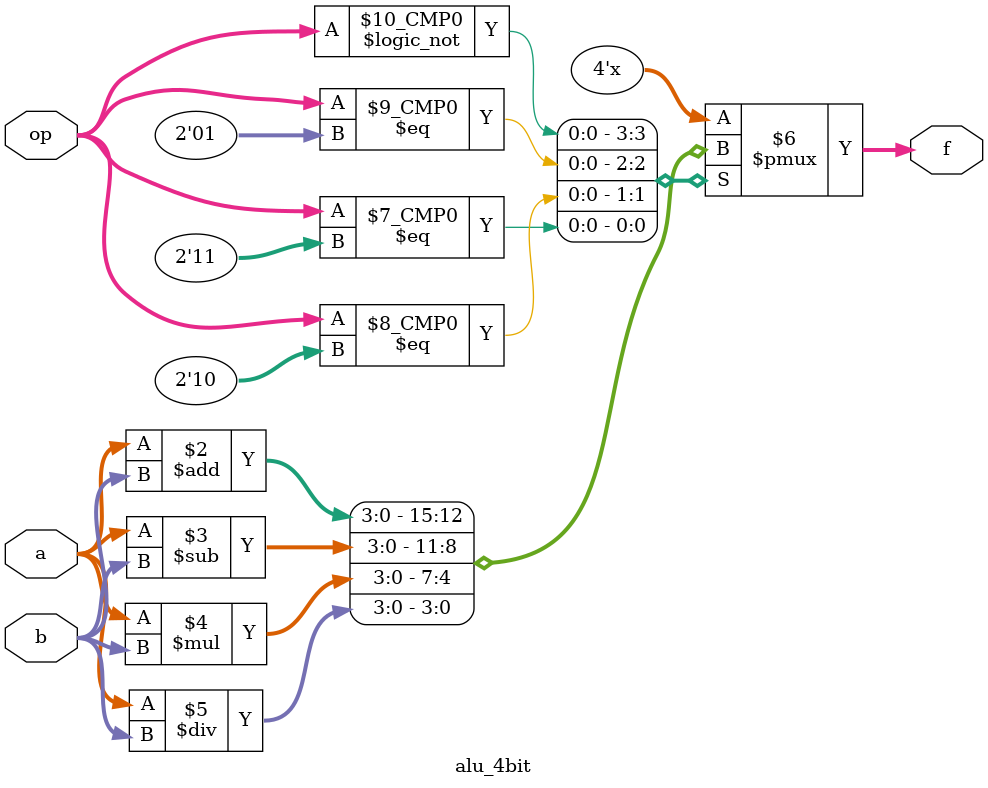
<source format=v>
`timescale 1ns / 1ps


module alu_4bit(f,a,b,op);
input [1:0] op; input [3:0] a,b; output reg [3:0] f;

parameter ADD=2'b00, SUB=2'b01, MUL=2'b10, DIV=2'b11;
always@(*)
    case(op)
        ADD: f=a+b;
        SUB: f=a-b;
        MUL: f=a*b;
        DIV: f=a/b;
    endcase
endmodule

</source>
